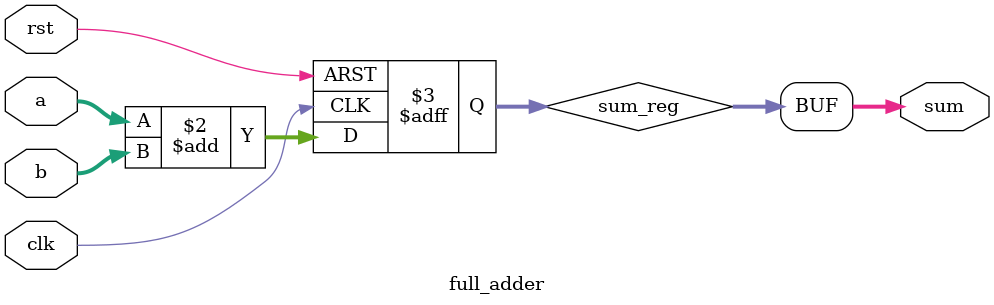
<source format=sv>
module full_adder 
#(
    parameter DATA_WIDTH = 2
)
(
    input clk,
    input rst,
    input  wire [DATA_WIDTH - 1:0] a,
    input  wire [DATA_WIDTH - 1:0] b,
    output wire [DATA_WIDTH:0] sum
);

    reg [DATA_WIDTH:0] sum_reg;

    always @(posedge clk or posedge rst) begin
        if (rst) begin
            sum_reg <= 0;
        end else begin
            sum_reg <= a + b;
        end
    end

    assign sum = sum_reg;
endmodule
</source>
